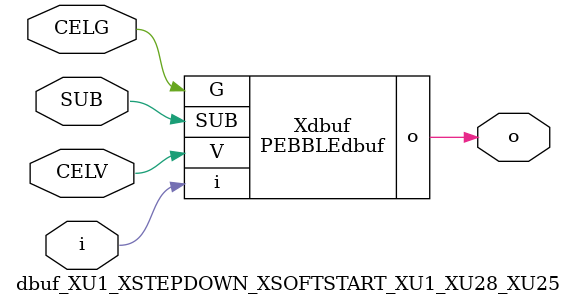
<source format=v>



module PEBBLEdbuf ( o, G, SUB, V, i );

  input V;
  input i;
  input G;
  output o;
  input SUB;
endmodule

//Celera Confidential Do Not Copy dbuf_XU1_XSTEPDOWN_XSOFTSTART_XU1_XU28_XU25
//Celera Confidential Symbol Generator
//Digital Buffer
module dbuf_XU1_XSTEPDOWN_XSOFTSTART_XU1_XU28_XU25 (CELV,CELG,i,o,SUB);
input CELV;
input CELG;
input i;
input SUB;
output o;

//Celera Confidential Do Not Copy dbuf
PEBBLEdbuf Xdbuf(
.V (CELV),
.i (i),
.o (o),
.SUB (SUB),
.G (CELG)
);
//,diesize,PEBBLEdbuf

//Celera Confidential Do Not Copy Module End
//Celera Schematic Generator
endmodule

</source>
